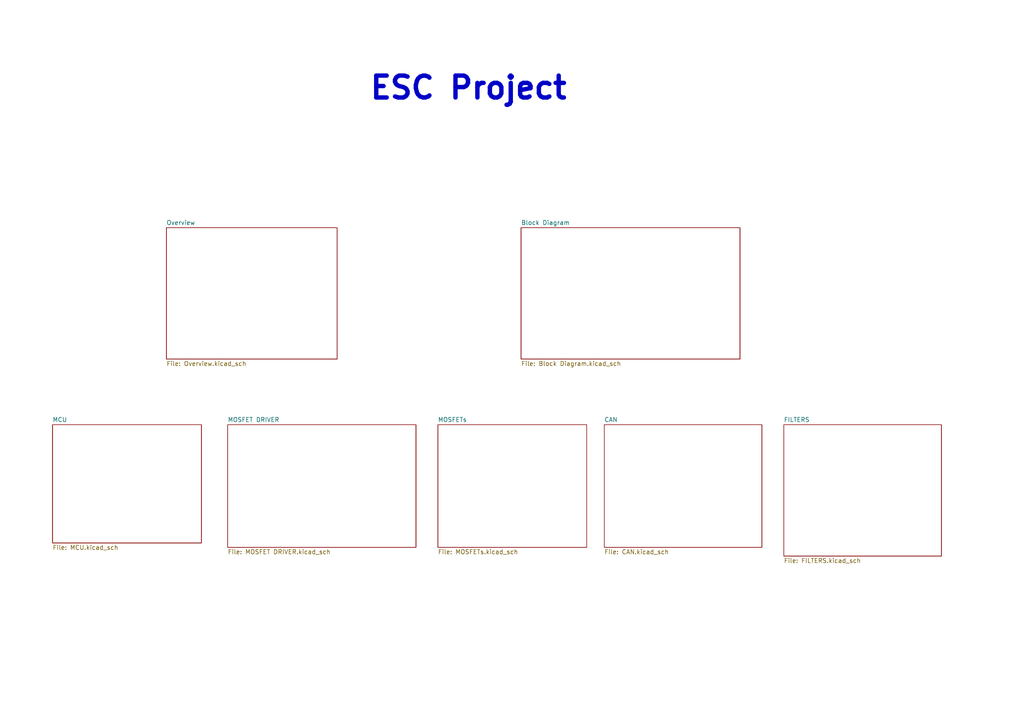
<source format=kicad_sch>
(kicad_sch
	(version 20250114)
	(generator "eeschema")
	(generator_version "9.0")
	(uuid "e63e39d7-6ac0-4ffd-8aa3-1841a4541b55")
	(paper "A4")
	(title_block
		(title "ESC Project")
		(date "2025-04-06")
		(rev "rev0")
		(company "DBtronics Inc.")
		(comment 1 "Dian Basit")
		(comment 2 "dianbasit@dbtronics.org")
		(comment 3 "+1 (587) 432-2486")
	)
	(lib_symbols)
	(text "${TITLE}\n"
		(exclude_from_sim no)
		(at 135.89 25.654 0)
		(effects
			(font
				(size 6.35 6.35)
				(thickness 1.27)
				(bold yes)
			)
		)
		(uuid "db4e1580-260d-4b16-8f88-cc4b09cd7fbd")
	)
	(sheet
		(at 151.13 66.04)
		(size 63.5 38.1)
		(exclude_from_sim no)
		(in_bom yes)
		(on_board yes)
		(dnp no)
		(fields_autoplaced yes)
		(stroke
			(width 0.1524)
			(type solid)
		)
		(fill
			(color 0 0 0 0.0000)
		)
		(uuid "05b084b7-3def-43cd-97d6-7fb21b5dee22")
		(property "Sheetname" "Block Diagram"
			(at 151.13 65.3284 0)
			(effects
				(font
					(size 1.27 1.27)
				)
				(justify left bottom)
			)
		)
		(property "Sheetfile" "Block Diagram.kicad_sch"
			(at 151.13 104.7246 0)
			(effects
				(font
					(size 1.27 1.27)
				)
				(justify left top)
			)
		)
		(instances
			(project "ESC_Project"
				(path "/e63e39d7-6ac0-4ffd-8aa3-1841a4541b55"
					(page "3")
				)
			)
		)
	)
	(sheet
		(at 175.26 123.19)
		(size 45.72 35.56)
		(exclude_from_sim no)
		(in_bom yes)
		(on_board yes)
		(dnp no)
		(fields_autoplaced yes)
		(stroke
			(width 0.1524)
			(type solid)
		)
		(fill
			(color 0 0 0 0.0000)
		)
		(uuid "4045f066-460b-4bba-9648-81c2e772be2f")
		(property "Sheetname" "CAN"
			(at 175.26 122.4784 0)
			(effects
				(font
					(size 1.27 1.27)
				)
				(justify left bottom)
			)
		)
		(property "Sheetfile" "CAN.kicad_sch"
			(at 175.26 159.3346 0)
			(effects
				(font
					(size 1.27 1.27)
				)
				(justify left top)
			)
		)
		(instances
			(project "ESC_Project"
				(path "/e63e39d7-6ac0-4ffd-8aa3-1841a4541b55"
					(page "7")
				)
			)
		)
	)
	(sheet
		(at 15.24 123.19)
		(size 43.18 34.29)
		(exclude_from_sim no)
		(in_bom yes)
		(on_board yes)
		(dnp no)
		(fields_autoplaced yes)
		(stroke
			(width 0.1524)
			(type solid)
		)
		(fill
			(color 0 0 0 0.0000)
		)
		(uuid "6bf71143-8fa6-41a2-b637-a55cc8c436ec")
		(property "Sheetname" "MCU"
			(at 15.24 122.4784 0)
			(effects
				(font
					(size 1.27 1.27)
				)
				(justify left bottom)
			)
		)
		(property "Sheetfile" "MCU.kicad_sch"
			(at 15.24 158.0646 0)
			(effects
				(font
					(size 1.27 1.27)
				)
				(justify left top)
			)
		)
		(instances
			(project "ESC_Project"
				(path "/e63e39d7-6ac0-4ffd-8aa3-1841a4541b55"
					(page "4")
				)
			)
		)
	)
	(sheet
		(at 48.26 66.04)
		(size 49.53 38.1)
		(exclude_from_sim no)
		(in_bom yes)
		(on_board yes)
		(dnp no)
		(fields_autoplaced yes)
		(stroke
			(width 0.1524)
			(type solid)
		)
		(fill
			(color 0 0 0 0.0000)
		)
		(uuid "7aad39d6-ebaf-4e22-b969-86b794d01694")
		(property "Sheetname" "Overview"
			(at 48.26 65.3284 0)
			(effects
				(font
					(size 1.27 1.27)
				)
				(justify left bottom)
			)
		)
		(property "Sheetfile" "Overview.kicad_sch"
			(at 48.26 104.7246 0)
			(effects
				(font
					(size 1.27 1.27)
				)
				(justify left top)
			)
		)
		(instances
			(project "ESC_Project"
				(path "/e63e39d7-6ac0-4ffd-8aa3-1841a4541b55"
					(page "2")
				)
			)
		)
	)
	(sheet
		(at 127 123.19)
		(size 43.18 35.56)
		(exclude_from_sim no)
		(in_bom yes)
		(on_board yes)
		(dnp no)
		(fields_autoplaced yes)
		(stroke
			(width 0.1524)
			(type solid)
		)
		(fill
			(color 0 0 0 0.0000)
		)
		(uuid "9c552063-0c99-4c46-af48-dc68a28e99d8")
		(property "Sheetname" "MOSFETs"
			(at 127 122.4784 0)
			(effects
				(font
					(size 1.27 1.27)
				)
				(justify left bottom)
			)
		)
		(property "Sheetfile" "MOSFETs.kicad_sch"
			(at 127 159.3346 0)
			(effects
				(font
					(size 1.27 1.27)
				)
				(justify left top)
			)
		)
		(instances
			(project "ESC_Project"
				(path "/e63e39d7-6ac0-4ffd-8aa3-1841a4541b55"
					(page "6")
				)
			)
		)
	)
	(sheet
		(at 66.04 123.19)
		(size 54.61 35.56)
		(exclude_from_sim no)
		(in_bom yes)
		(on_board yes)
		(dnp no)
		(fields_autoplaced yes)
		(stroke
			(width 0.1524)
			(type solid)
		)
		(fill
			(color 0 0 0 0.0000)
		)
		(uuid "fa3d6edb-5fe5-4186-935a-5a2963310f7e")
		(property "Sheetname" "MOSFET DRIVER"
			(at 66.04 122.4784 0)
			(effects
				(font
					(size 1.27 1.27)
				)
				(justify left bottom)
			)
		)
		(property "Sheetfile" "MOSFET DRIVER.kicad_sch"
			(at 66.04 159.3346 0)
			(effects
				(font
					(size 1.27 1.27)
				)
				(justify left top)
			)
		)
		(instances
			(project "ESC_Project"
				(path "/e63e39d7-6ac0-4ffd-8aa3-1841a4541b55"
					(page "5")
				)
			)
		)
	)
	(sheet
		(at 227.33 123.19)
		(size 45.72 38.1)
		(exclude_from_sim no)
		(in_bom yes)
		(on_board yes)
		(dnp no)
		(fields_autoplaced yes)
		(stroke
			(width 0.1524)
			(type solid)
		)
		(fill
			(color 0 0 0 0.0000)
		)
		(uuid "fceeac1e-bcf4-4558-a873-574c6df618ae")
		(property "Sheetname" "FILTERS"
			(at 227.33 122.4784 0)
			(effects
				(font
					(size 1.27 1.27)
				)
				(justify left bottom)
			)
		)
		(property "Sheetfile" "FILTERS.kicad_sch"
			(at 227.33 161.8746 0)
			(effects
				(font
					(size 1.27 1.27)
				)
				(justify left top)
			)
		)
		(instances
			(project "ESC_Project"
				(path "/e63e39d7-6ac0-4ffd-8aa3-1841a4541b55"
					(page "8")
				)
			)
		)
	)
	(sheet_instances
		(path "/"
			(page "1")
		)
	)
	(embedded_fonts no)
	(embedded_files
		(file
			(name "Template_sch.kicad_wks")
			(type worksheet)
			(data |KLUv/WB2VVVRAcodh5cd0Egi+SjP/1yF/DTf96QOvtWSD+lS+uIB/kbC+QKeCV4JXwkV4nRlsJGE
				gG/Y9rl0z4m4vn8fbRbgX6yn8B88X5xPCOJWd8d8gaHpNOXEseh7g+jMRqN+ek0yI1NJrFrR1Aes
				bbKQuKQRtWrsUVwCjcwNr6yRTd+xKhRkN84RDNr409yaf9up4pib9XDoBUdYSFRxR264B9PAkjDI
				fLScmUvBaP8rKqEVBGclnOCoIMEuYSDG60dR7bIt325B+NE7mY0RI90/gkS80RimWI316WF+0CdA
				M+zKYqf+D65MJwq5vLy/dhxM78GpoHqvmxtBemudYl2oHHH4/1Vw6Wbh2MPeg7sxliMhRBxxduwh
				sUHsElPPthvEhjtIZYH13saS3W5ENQZ6NgVntBlMZPgyHbuVukI7bJ/pBzA3vQMtmNj3oO9kHkz2
				BBfBu2JVKkLK/59XUcUlYZcjDlJTiH7pOARqsg6ycqL3BVeoh/c/fXjdxv0ytoYE5axplNnzTwPK
				QKW+Iqb2mT3CtIJtXmgQc/KRmh0sLUP4INjuDPN7W1myFc0mU7zoxr+WnsAMHuQKHFgi1pch7dc/
				1nYcfUBG+kSH0ehQMqy1W07go6adumCB5rs7aOn96Lt+kJNbr/khh+7qmblMIdEp6hLNNqV6fg6Y
				tZ0wExB4Y2iEo1lcBC6qJ6kEU5WgInLDnwGfMGhpyuSYFz847vHV/n+o8xTjwAzgyp6eqNOBJboH
				duhbEwwiaqte/WakMZVkd8pvvX+afen+D8aUBwZNZabePyo+YFftZ4hZv/olhpo8eSupvXN1VPJX
				vEIxaI7RnKBiT7BL1zJ44yvU1+UNbb7veGw7z67ZMn+aIqXldoUQFW1a+i444QKW+ShW5dmg6BkG
				pZk4BWPvkYgNKN2l4Gnu6NgfVBwjsToS2tjNPw2POMeyvvfgz6/qne5Np3eGjwIol9vphLNngqIP
				+m6HjhSqdJod4LB3Y4Voa05J6OEBLxul4gO+eHy5yyg+efLJQfeBkg0msbaG8ZibxKqZKs9quOVA
				gPmtLoIuNjUB2AQl+aPUau7wT2T8jkkBKR0nGdYVTa8R2bSJAO40c4AFN4zCjOZWhTUqLvXhkf88
				bKTobs+uZC+Z5ThwA6nr496XuOrYs/UmDKp1qmDTu4+lFRBhvKYGuaRxEDxMiQK87aQwF5ostxUX
				jpOzQQxjGxKcT2Ap/99KnluOndpysaNaSmUmqDXhoGZlPwJDu07C8VyLJGsg3N+dtNdMzORkq7op
				TCVN1Li7rmPsJmI6/T1kqW4GLOAMvrRCBa8vAhvqGerGYisqYaMcl5dY3Yd6/xm8u9vX+ev4bHhq
				R7eG4ljELbo0JTUvIsyGXqlZk7WC8DLwxnojQOxRn/26z4jOSFlveWystDhEs0efEJOQUOe37a8W
				JjjDQzpSVl727pVu5zJ2Dx1j6693mOk7ITiqOwpP7FQNbARiL22c2pafvvbbwwLXTgXsVIqyX1wX
				s/G319HKTmLfZNGnnK8DvUkC26BDHYQhVWnfkgkTkzB5G0nJLFeIhmxLGyxSc9D7OtAicnseZniE
				ST4+2e8KP7nR/Ye6wjX/cGwWEwykFEPvd9o6iVa9CBEpQ/PLcvIFbnIP1Z3+7MEdkhYSDZfG5OPj
				xq31EqFbrh+obJiE91eGbH/zuj7nXj6VGe2pWafJgYW3ucndtso1nv/l1L3jrkphT7lCkmmsJb1W
				rCWhCRiGj03goXwkc8r/z68FkK1vL8I9LTMHLC5Ap0/0PW9+OnwPkvf0NsdGfkK9oAyjGT8dbYrV
				xUW7DzDn4qJ0IiRYQCjS/LUiuzqC40aw2CVW2eDfYbZZyj08z19d7ItRkMPZqPrghHKZSSUXrr5x
				BJXc/K0TFUkTUDkBFLQVsn40wM6B5b+5nLGajKjn2rR/yhOEA1cBog2gG8cI5/aljojVkZ395eWr
				d7DsPcKTXNMcf+BBySGo+PWUDw7RFqMZ/zcJ8ED+EFXpqYWsJHzGMfIXorP9vyD7p749LG6C0YHj
				nj1bt2RsUC5bGxbl9O7PE0XYZiw6bFJoDtTh+esgWONHLx0PEJQRoobMqOxPD8aR42KiP6iiV1/Z
				pab1VTBjD6/i+LdZ2E50BHVZyGVeXc3k3X8x2TS+XdMDT9jW/uHiTPtXG1LvWLehKAGNfgj9ui0c
				bUEM6VQIkDnF50QK3dWIlJeJBsbdHHa0Jbdb7s1Y2QPcZFYmTxOD80NgzmW5PlJvvfnuCRT/dqwZ
				FRfQuLm1Uw3QX2RFmpESRdizpaLfC9ie6n/U/eppS7DuP2Ob4plahVTy6VQ7iNpu9MtH1yoizuB4
				gWV2hD7VUZAGDo9B5gOyj05sST2pxdVWFltHsQQu0HzA8oJK6wjqOUFlvxN90HX/UPADY3VLDcwH
				UvW0Ca6Ic3R3wjaJUcPmfSRC2xtZ5f+DwBz8f2L/TJwwQ0qThZYEBrjDHZlF0dd4YiQabWdNVeDr
				HKmusva4FWcJn4jrpvq5aNVcJIti5kAr9U44RY81khvmsyz5zXVUft0nl130b3uQ74QYGEl5nPPf
				UgNS5FlOU03LEcizZZx6YEJbrUBvRDR11EgNpyt9qUiHsjhBjxIlb5wEAAC4TU6K4vkNUrJRrJyx
				sZ1gDR+yeXBnZQNRG/i0hmana+C9zQldARhg5mZqEMYBgwFqbKI4QRxwFAYwhFKbcu6et3rKumYA
				jqt3mjYGGHCr7BwxDHPAcoAiKRhGK5gDlNg15WgxDkCwqskidaZb7lgOKA7YNAMibaM4AfizWcv0
				UwzGAUNhAMIcwCyk1nDZ9igU2HBgFFHfshgHHFmjRVgluRLqxmbuGmCAwoBCOWAgIgyswDh3wYIo
				iNQ1IFfV9huAsIABpJUADMhN+aZXA261Njkv4hruS2P6NOAoqjDydtVbFgEYcBEHHAYwA6Ft1edF
				YQKg5qkuBRAAOQAxYCAI5oDEAGVZQAQ2UAKiwPdVCiCAAQdQcxO679u/1XxWUQP81c1x/SUav0AM
				GM7zHAgDAAHIZ3olDEAKA3C6FgAhAAPyXs3PHBkMpDBgQAJgAL+/0dk1IDfVWjVguNX5ptE8NmAw
				YBAAjNLxaYAa525ugNrmBqSzTt+mAQIwIJ9VWabRYRgOKAwoDEhntUAM5gCmMKBQhgMGgjAgv80c
				F4AADFBlc85R9ZbpPKfPms5b1r0HwoDZZW9TTkC+qrEBEOKAwYA2T11end3YAMgBhAHq7+J5r+YF
				AAAAAlDruYoPBzACSIAA3FRNQFwLwICbzs1bnVW2AAAIgAEWgiCMYigMmGkXv9W9AAAIAA7zCUhN
				1IULEBPNd1ealkTq6DRSndui0tT3rVWmMR+PjvqleHvEnTuxgGXdeCSXGfHRVYIouSD5jIuocvwq
				VqS892konCtB7p7OgOuMDYVmBk46/d+jDOyLlgSIA6SU9ieulMe9GzxUvnkWA94szm2DgSv/TTbh
				SmrDvUUTz2tmkkmLcNlzKSAoPZmuWKGzJ37NGqPu5Gi7w81qI3ToJxjtR0bciDXIS31jXvoXHt4q
				Mp0EO6P9PwjW5hSdXxoWL5P/3wK/mOjUtRjyzfzy22MjL42PH/khz/7jGiIUs3kLDfcEWZbWZg72
				VxkkY+SlzWNM33/u3yxqqtaUI0vhwtanJ8WP0+gz9OrcDVK1s5s+lloqNOgrhXv7p1IWysMT8x+W
				SeldNp+mOzPtRViY9szL+UpiL9eTwc0EDdorfikeVXzWNVZw0g7Dvuc0hxcQq1FMzRwM6IfcAfVW
				+vTPz58IZMY5czk/K9w3CF12QysGzXEu6YEXeXC3wntQ7+pRL/aJdVpvAqM8ncDFRMrE81O5Xw63
				36dkanteYXoWOZQsHRq0cD+qLtGGMZYyF/r8+QUpDCbV7L1S1ij1h9C3TOVjXLnSqjOP5tChZeb0
				FqvVQur6xmtZvITKgBYRMH4vHod0sLJS8XSK1DJ18jWjiVAtuJI3oCR5RpAUtePMp/TFmWtlc0q8
				1gQNnwaLMsxqGUwlRZt6HsfB4JHZyY3mo+TmK9NXAT312WIDi3k5SfVr1tLTmCWash2x/OIj3+yk
				G0dUoajs3kXp6I7RcuBc0geRmG22hjate8RqTkcsTuDdGY+ynCjWaCHrYj2KevcihGAfMvKcFM0h
				HhAx23tbVdmYqLKt0WXwbF4+0uxlwqI7XBp7vv5sbkSPhYTk4cJiJcWSOgR7b0st0s9Zd7ydgGTk
				yDgKNVbi0ejsXmg9CFOWlgV3bw1HsDMW+4BSPtvMsL7Mh2RGKSBpKH/syX7MfelGTLmKYmceS335
				RODueY14gA8dbP2S+iDoVKx6xEHVD3LWSmlFcwuYoky5c0v4wDoL4a9w1V+Ln9gCnRHs9AOui8tw
				u/RNhFM+5Yyhkbtyfwd6AYgrc1s5AbVgVCGEYjccxjMF45bdFLnqzf4cMio8viOsjRftJORh8bay
				YRkZaXRwvPqgdbt+bVOOsP3oAWZneSegup/axtggGF4S+KA30OV7XgUCODnkCVPIVJ8Tke8QkiXB
				xtg23/pPzweb8vrZf5P1FL86Xl7pdtYaUoSDIeiifPhe/qkhpA9zPtjs07cNa6WyAhQMa5RAaKAx
				uOOuBtbkiqJyNs9+ZyFeeNWaI5St/IWnoDU5+4EliHNyectRuz3wkb3oi8PzhUFJ+R7MWr22M9nA
				IRDq6YQeOkXWb5CeZ7PLP8+CNoaEI0qFRJw5/Tvzvvy+B4a1mwzhvM9vjzaveT3mDCqUIOZNwSNu
				4qFdXh9Mbw3xR4Ter8OMNIK4Tau9iUzD7MeeYaCGKBvX/0lMCZ19+qOm0bVDzFUrHtsXpHfQSTK0
				BxV4eXj7WX4y5JIogfkAI1O2784Wd1CQ3adlZLletD+IJj5UV+tT4E/XWjY2TH6ixPg4UKnr+vTA
				HuB9IqlTxFxY9RXaCEuhChSqzECWhxwKEjHlYlKXzKdbiSYc5DOY02HgBaKoNN8/rl5JFitoDAuu
				6veK6WiW3LFlYHhNgXovnoMQv149bKPYMC/z8+uqPQ48x5jvC8WOAW0X8bMZm2Gyag2j8toeulah
				liHe/cndhv6MeOIvlCr/lrm5ySPNTk5h0o9evxW2lg+u9i5S1JD2wZREA8JwGmYt1Nt21mpVaH5K
				aUSek0YdWAT0X/3tVGPvs/TxNKLhDna1PAg2Mc8lGz5UbZ2PMpyboy335Z6b3a53TpYmHr5XhKhV
				PNsgqaeBPcR2uSFLulapNcrDa5tKMSZ0dl25w9WoipO58ZKrVtKh4oGGmOlzQPaYF5AXwUN4XpDG
				IM78NEg3v/PgdhyXjA+igWtv4ObiQlteaRatXkRBf3h6DOdYvwKLJfh0fWvkXXVqDtSSC/cVGg4f
				sjo4tCklynDI2BRVnSK+8ffBSX51/Y0WfzYiNjOZLjp1qbI/bfQrYnIt9OWjK+V4dhjscZoVkn/n
				o7rguxS0K0/BCWn6F2VbxoL3a74+eDi0IT879BKcqhRFx8VbgH0blOnaOoB3AZj7VGu38hQdRkRh
				ZPEBH/BYhhR+As90SUU43EQ4hdCUj7g6wi8xF/yill3HudB7QfoolGzrJMzk+ybA2PjplW3SfscJ
				AmxStd+Q6p/h6eCjfcm9j1U5Uco1EMYTIuva/JQngJ1peJQ5E917Rz3rOqq2Ba4m7UIrcw1cjs6Q
				XccZeijCC8pP14LAQR7VE9Tp+qnDbgKnlnwPGXXTShcryPreQR02QQZSrGvKWip+d1RvOEsQxruX
				xLKgNvyRcZnuWwulpLMJX2+2ifXq7p2817zJf89YIiDeYtBhzweGWBNQY2FLX/nRIkITzsBj0J2j
				cNSGn79kKaOu5kqjkzi49wSZxYp2T9u4M76wZq3/vHkd9cSEC7ITbI732yUdPNZmf/gClaS7t2UJ
				RI9GSXGJDvS1c71p2QVMJGt1pwp/lPiEiLchhf3wGuTIDkU7xvFkdNzMjH3rJ7/0iHzFQrDrN/1E
				iFPN/XL97INNEPHUg4vfRfdkXHeoBFNptprnHx0ruzaM57tQwGL7UrDzz85+9WPV1vFQT9OolVot
				BKkB/mZtPvJQs9H2eRHRi1IouL0Kb1/vQRukw5hJ3h9XORofJZkXxgWb8sUgq4LJu0iqVQuIcTNm
				PNGgcyNYR48KAlZCuA+JIFGy/OKsVpBr8EaI1okJ0eHe02E6OsYqlPApdJnqWEvzZMF2s6NPfMIs
				cgbPtpNTpTq4tstNjDfB+dYyo6MH2PVZ+M8YNPsD6baGVu7lp2aO6jM4ukLTtoyx4zdjjTL85YX0
				b/JGtfk2WUWZxupYG8GCm2gLCH8AVkJZr06xsXewgW0C5ePU6Z3mo7+vZWmjbHzw4CFrOLu7ubup
				tIixt0RzRFM0P81pNltVe28yrnyAkpY8B1f+a3AtqwEV4zzIBhZRhkEsBCyWoyZ2kVym3y7sWFT6
				1O1A2H2JzA2vX+h95uIzy0n0EXXYwm9VOh16+0Aslu/UVNZnzFiPR4x5zWGdHB/7CnPhQquGkxZl
				vsRRPj6caOQid3AYd+5zt1CUmaVIuYFyh1Iy0uXZJd3IbmDSQuyZPe4OYRv1kn+YTwesgCELO0HP
				YD5Jg/DEalzQ6S81+lSL+ky+LtYTwXkq0bEY62YqSs4+ToA+JbnKEgjWX6k/txRsH1OJNdn2gTzt
				miAdYjw4dLf7Ykt+M15R1N6iv/rp6aEjoHzKr7Ke+YXfnV2xWC2GaXqDKxAK4C5BRLYq6MRTyOXX
				TCV05mts4GRJG9bHJt4WJHMkzwUS2PdrdN2xPvBMBLSk3O8ncMm3uZ+4lErRwKcv/dV967ZxoosB
				N4oAWWWXblOTQuRmlEljKsTEE0uL4bgSdAyICW8lWVMWVeCZbhWCIuSo5ARf5CdZyMDST+mONayj
				oFU6HAMQq8vUPY5KlgIwM/F2AHM1cLqnHwkud2arVEwoB70rFsHvu7RvOhSeVp1vfn+z4fWro85E
				cC2b8TNlRjozdPZDvWVWZ4S2zucaU49YkkOIqcDAxeyMTfsxh7ZS3kRHirGjcw5ULTafUkcjx88e
				SbY7gdPiNnQfy8S2nSsoF2wYmywj3qrEZVebJcbB/H3/0KhGzwnf2IvTYWHbeJwpRsvxlKM4/vu2
				HqZL8CPvOH5K4XaFz5Wan16Acu+DpGIoC1Fe4kbG9ewQygJKVDH/T3UlPjetvPM0hhr0jbezD7TS
				Asx0ZqUPQfF+U65w6VQAIoNz9KGBOoONOgUSnFm3aeee8ZQVcF3tJCkSca9LMTp5ML9HbsjKKUfZ
				0SU7S+rOeOdNHXzO17KhXiw/NTaIu4fRzZzY3yzXbKfUTk122+17BY0/O9bBOApjn5t9mcylTbIA
				mdRMJs9vCu06q1Uv9dtjDvbadjg1J8oFJSXtPOY8CM18vKksdpTDb6BEPdCg4sHN5OfcbnBAr87z
				9IQEOZ0Kw/QuQ3rQ8qW9tk4D38pJdmPifzCV+o3aVRPpRh2iy39nMAMsXw+KLgrnfHiCVZHNhjPh
				zCGkESKiPyAmVdaPgjeoAeMpmP0AxkdJIRTVYdaS79tXn8Z364pZvsGDdvjHdOiEZM+9GrrnrXmv
				q9nR3YxSP1GkV45GeNE/IeJ6x6y5G18MPxZYP7lKuVn7la/u6+ZURBcfruTQyPe3T6XSWVi8lH+J
				34yKzr7+Dqn69bGk4ugzg+XGufLykjowWzjF884InPTxQaN+PM9tPlhtKOjYy+Y26gb8XhwnO3XT
				1mRtgk22KeLAPIDZV5t2yVyJTqINXd4tu+d2vcAVxs/riFRQ8HAuiM2rsXolgeQc6urBqlRcenYP
				ve4yA6quef7fyyaXPPs0N/Cb6EmiuN7+zPVpBqQbcofrR4tuHUxjo0VMrpl+q+96jKR8hZibpjNx
				IVmjexYVMVtHE5upL6EZbT98XaazHYmpmj4d/n809dki8AXSzO2QMa/ZgYETqTtiZqlnIfg9uLiI
				0zUJ1c/rpLhCdmOhfVBldkfotTqpTwS10iNrUTmvts9tfOihs3HKnZ+DgGmSFXB6VWu6rz/hVwTd
				OMPDlNey70FU5LskpgMKNysGtgUCJ61CqMMxlaB77dWRiYmesG+lYzBLpcuzjbjDmKh0gTm21VIz
				k0Kyb6sJBfFPhhqXb+A3RWEdBE6yuC/xkqNqeeyUqDKBE3orWEtBZ65AakpIjMhpl17nRKlpMpaC
				dXp7uius+qp4gYv4zHmoLYQ6ZoeDCI8LySkP0tkrE2swGeoON05nAr9l7sbqlMw5CJYcBPe2Vf87
				mUzSCFmLpcDcBsxzuFEpCjaJ5+4TD1niP3Q7yaNcU3sdRvy8Bn2uEif+0hCHXVCjYWJdLMIJsbWP
				iuGsXh/ZXHYbPt184sf7ltXnHNSYDShpSXLcVuFpNqxvItYpvzs9SON1EeWYDsqkxiGbO4WTm7Y+
				x+jKYnb4Og1Zeo+P9OPqoRt0yYRzJG3L3oRv2oKdFcgRMV6Ctg+fdXpZMVarnjDWoaU70pDew8Hc
				42h8VjKWoezQbA9cilzVH72BV3pO8orKxf86/SXtsQVmcoxuj4orXtC9Hy4x+sCE4xvHPH8L8qJK
				j1nbMq1CfiwwKYq9dhwQumb3Ox3rnRwfiPdSoz7oxYdfqbKN4nnjdS8tjcelaRuzuiMwxtnGcg5q
				KmBBBmLJS+yayB0lC3zhbKBWNJ9P6hA2FdWnYQFTghhttj+wr3CKn6W2zKLp//JigetRh9hHp9dk
				z5Wy5LYut2q716lUUBoMEnd09l8lYJ9bzuwCmx548X8wR7GF/O3ed2yaTK3tHAoF9K8/6loTKFv5
				eT69SvadjTFgs4PJfKT9Wk04BGVyh4pWt4nkFbcWc4pBRVcbVq/u6AUsV+7KpY7nOU7zwrPl4UM0
				FZMPHDax4lfnG3dsXUMdl+ogcPsHcs+6/NL8gN3Ka7Qti/zEgbnqtw6lB5NN+dzRDGsOSJNWT7EH
				OfHxVdNEQXTcvIhOLV1iOGtho1V2Et1c3BmdS5zOfKxvkgNq5dNOzH5+WDl0QBKWqsZLLPnXHAZd
				YNule/Fenh9+C3OMnN7rMskYZu0qPthmcUhlgofQchAruaohRYV6HYXW1rd53hcUIzipCihItD3O
				Yi6jdxIdnIFDaRI6cJXAAwmMEwcqJOjdXVU/zWSohk4fD8JRo0BT7Sp2ilRbzdZnUMpBv6TOLG4Y
				RY6IUEWVzMWdgELYQSnEQYD/aZUDVWIaQWdGUWXaZ/UMnIdBQugqdWiOfhLvtfmP4qWHtaXMDZ8L
				hxLNCR1YMVynRr9EpHhYTHWazTIGw/Z+6TRoyIS5LT3WhAX3onQUdLj6JuQUYgcORCWTKbziKDWJ
				qnBg0c2Y0ZtbZkTeboD27pHj8XFGx5Ri7hSP84F6+iRc3a/J8xiTo+1rEjUHkI8VskdmXP/kZ0lu
				heRvyBZUXJxj/O7UFRMoFLNHU+aUmod3mA8XYSYw8EbAJKvdCox5pJ69XJLH0dU+dR8r5nVAdGNn
				KvBQnEL9keKDIHKMDJMVEsfTDzg8IRUYyZk7gho92co35+nT88NdyFu/HYpV3I+3z9Cnth6Tex3+
				vYPKhrhP4dGvCP56dMgL65f6thACLlV9FCse1/BFUjcjmzHiUh6pxlVSmCn7U0HaWYnr0U23rIGX
				x6DAgvlSnObPFeZSqeTLF/vKZR67U9RWRz8HuxNVhvziU7wXQZf1aOo6ei//+5FT4mXZreb+3Stk
				J626n+sAtTNlubdrDAEwQAAMIAAEIKAxAinrpFGUdUEkIQ+cNlA50VXTmVHKOp7TWJRDOw3KSl2g
				caDKczKU5QObPmhSpztXNDpQ5zn5xEdOxE4SCyXM1KWBDu+gyLJq6Hkeh++aclmHCpI6vnmaTmJX
				qJkifgyccGHJLnYuh604XuB4AVoEbmqaCh13J+Kpg5fIpmF5tIaa55E7/YNBKY4a5/c1ZBS8hQgo
				gQ2MqlYhEhzjM9SJ7V82cloN7Al9qVVbB8HCIx9QpU06EDggl0WCJu9J4bOuZ7mVxXU2x2MxJHP4
				CwYm9ZonYPzLLUWQL3TDiZCLFezUHpoWzjo98OeTSvAtXfnG8eQzfenuKl+NmB8oDXOcmJXoKi6q
				4ee7sFWwNaVXQaXFWRaKh1TqquJ8lSoWuaXeMzzjtku0b7XM+wGXes0j2ifVsONJFheM/4vkp2Ia
				vWu3DzgZ5h5qVrxPr7e1VltZHmCcoubPS8zR6ixMZEQHjKVTf24pEs/Sk3HWj5Ms9gQZjbD71Mki
				gt6jegeeyy86v1tqYB95MvMP55B/M7JPSYryffMFl+lc9aMt6AejNF3EWcFnQFAVBI8QGcMt7mdU
				RWJ6CKnzkInO2y2H48ektLMoLuDt2apVyIH5fl7nX3I6asg0HHE5nuq3fEz0B1qymIbrMqnu/9mN
				ofyY5odva/WgUgrqC8KGzF2ukNkE+rK2fM0BulgbdGvGq4EqmNDfwa8DqVcbfG3uOQKbufZZmjSb
				ELcVWxxpL6n0ilUmfMCtYmJTL52iQ+NBWcVI3eOGi3jmgJy4O8XcZD7OzOXOInmWFBJTtn6gJIOJ
				Qyr31nM5SJzA2INNOQlH5BikIEnQo1fR9PrJFv/jzvhL76EYOeSu/ubgKaFIUEFoYW/bUfNoEHl6
				E+bU3RXznqeCVN2FPX1ZgaP/1i/6owbKJw1PUeZKUrxikahRbW+/4LcRVJy8Hi7iNQ99rflD5GHe
				X6jDd34trtbw4iTOc5fJ/rNBXXZMbPJgwY/RMTxlOOUsXGjdBryPiO0JbHGukxyx6LzwkO0zi2t1
				ofPXJceO56oiFbVnEPY5HfT8WT2WG1f5lDxIEOfClaIAStl+HTtZc6VREkbAXLcVSxyF1NNyZm5M
				dutVWB2RtAO3GKVEsWL0NYx7DL9QFG4jdAsHKm5AQ4caUCema5FoRvPk/8hXE0aRSDyhL1i4ZLH0
				6BizKj/uSeU0FwPIvHSHZn3i8lsOVvMtFIyu8Hy3Btlk2Oy5yCujpcXjaxq/O5mwHmi+YjjdCPQ6
				jmKqO668yDlN3H5O2SrzRh6DepYJYurMR+kF+x+7GskSoGZ5rhJC7j+5O9wb34VU6ZHCn3CAJf1s
				y+npDnsbq/e+xccsYFjJar5ISAsyGWsSGHZRHNlQ0zSjLWz7yKCcJS5iFx8x/zqVANamvpoq1mBe
				UIZon0Pk06tsvRBhBCr3ozx8OLpO283pLD98LUhmvZlFUf7o/SlwMeK7xL/EEDq7fFzNzDKUMtkS
				RtGrI5rKLUNFKwQG1Sw9KWNe8RNrsBmpV+HyTanaUOrsEEwNZy15qFZ8AKpj133x1Jzlq9FcghV5
				LmIqBHVlDd1k5t/NcipccDLeOcZtJpvrEbtVJxEI0uJl0fHBwRV+nL2gocSelzrC9PaeUK+18pPO
				IS6/Luy/76hKO067l+4iExCzB+ZxUNic1dG7D4qiZHGih0hyz8z4clxfDD+KM6LSlLuZ57C2aVzT
				eFGa0bNfRRNZVZliP9D9IffH1CN9RwhE+MPYj7EKvI5b/zHIhal57ZJ+Xs5VS4qMAaMbr+TF0Pfa
				iXrNyE9zKseXQqHTPMNPXecKVFN7arBteLFkDFrvYtWP5rQ5jrHj9nKuttRb/e0ViikbDf8RpyWz
				uCTYrwpm6OSfVjwELMI7fo79hVFHPqqnCjpRvamLfrZS0fC+elykDaUPAQQr2NWIlqRSttRpGfHl
				zQedth5z1wLaoYj/em+19YpTkxHET5VjyzHjQfk9BqY/D6nD4IkruI2a+WHh1vb2dXu0Is/SviBn
				UL6utfjtxQKPnJbE9NslqCG6YMi9p0QeIFSLR2XGvwTB+TIS2sYIiIgohWfP51LI6n1316zqkdLV
				WnvGZxANqkP0V0ty73pxhTFQ6F7M658Q76SB39lYUgo2jdcAOfDjwmjg7GNkHWh0N93HuWrPPp6f
				MWQjgvFYYchQLYs0MI6rAykI20GxjHmio9nN6q1ihbggeIyiVPwFZIZm/cCmi33ijswhfR3NGY0e
				FmujjzsFnPugNFuHVZDsOvmGCvO/tjuqd83o2SJhJG8DZykVI5rxAMV6X3x7pIGJ32Rl8FytsznR
				Kw8aNJYiXn9GpAXMHfauNMCAPuNQ4RA4RxlSbPhE1nWbfzete/UO/v8IMjdtR+jUay30UMhd4dXS
				pRwM4rQCEcXtdHvpO88uPY482D11cXqmYbMqA8foNYNNaBk/CIevFZRB4a/3UcMIfNF6pVR9rJYR
				v6ws7gJLpYbyCc9/ji+fq/cNbspG3UEibpzqUMUA028Vmo/MOdFVkoOxtiyBhIk+DNEijjZwEdVW
				yWFQsdrosYeN7+TJWqp8JIVVTOrFr07+PZDfaqeIlW2jjIIbSCPGI5Kj59jjTnlaiBdYicEdnJeB
				pYGhKSVwRqcvhLeKsXOfIoQ2vqR+0V4QLRX3kgwfRSfS0ueaX6Bt+n1FnRWHR69Z8fHm3hV1ECPk
				DVyXtr2Dxzbt0/UqO4/G1VhNBj3UZeWKYMq8sZcQFZsxxJpjtFYoOgrdWafCquTx9bsyEa0WWoYa
				ci3bDYIW2WHoWIvAETr6w2P94FtY2gpK68ksWt/l23LxHFgBG7MMLObe9Nem+QwDeV1ARWC6ErvZ
				AyR1SJvT3eaKTnyIX4k90K7pLxuLunm2iP7PF4FUe8MSrdoxQzkF7/ybHd4sb6qAN3Ilih7W0SP7
				1lH43HPRji+we7syRNVW8lrHwcfO/i10jRTZ7BYhBtlBDLRqwVz/84JZTzHIEOkGzVq2UcdIE+lU
				jK9z6hTGKQaiWkUZztrWqNWBRA61DdJh1R7D7+10xYHxgHZh5f+TaFeHxHqlxsxb2W2FYGe22J0C
				w68qVO5druaH5Nx5BUQzl3BVBGpjqmNI73hutLuaOr017GRvqZvkghycgbzkYnpVnz6Xe3qg5fJv
				U7AaKfdjBVofXRUbrAL89ozxD7oiggqo0nmSoyAGghhCCCGEGEOIUUb5EoOG4Tge9YwLB7J4GCdj
				HEFEEWIUMYSIiIhISSCSJkgLkiwHoFETKOSkqgVGGz60o1rctRy5UqYuFJl2aovqbW3MKLTLCI34
				lFX4C+J0ELTnSNUTuz9t/w1RGd18UhQdPwj7QEeFotVrJBKqzAz391PDPWI+Hi+qL4wEKitrFnz1
				jutkdteIN30WC1mp/ypPWBDKD7M6UNB59cH0XfcR+T6+Vx/koyCWYTk6GGDCY3e2Wu4byzATYLJz
				9lvvu8pBC4pd7RuGDwBbo6ESYFU2hpAcTarJZOz8K+CyNTsr49GRXt7opIMLmFkRpW6U/iLYwNYg
				K7saRjbCAWLUs+usbIy4OLWoCIZPXjsKM4y7Ng2d1Wh6UmMr4rN+K+psSa1521a6RWlZBWxaJ2UI
				/C3QiWv5FLV3iNQOdAHkhlYhLj9SvSqm+EFyHTozXoh70WNohQbh8jgmMyGzmM4s5mHgcmJ6ZjEF
				c5mfgcypDIN4nKmML3G2YJmEucxjADOZhOlMZAIzMg6FpBQ6q8wwLZOYmClmsFQyTTsWE4cYHsgW
				zGgLMUqjb4kEI3GGMx8zDGQupjMYM+wF6PXNBCYzkVkYywzT91KYyjzmYChTmMxUJmAiMxhjT8oD
				IExjBNMyWAtnHBOYKvNMyTxmYJQJTM1UJmGSGRiYGUxlFtMwkVkMxUcTmMPUTGBOxlZRBetiEjZG
				ghcwyUQMYEpGGPRN11gR+LTVMsGsDGIyk5jCBLJfEJ1VRVoCDbLTykoCc9rYgxiJxvyFLE8GjpXo
				IL7ugwOdOv68VHkAnqVIygIuaExlOEWaTSmudzh0Dy0SUlRegQRxqgTKMoh82qMgoitX1aZPVuKE
				bDq+iZQ8pWu1274CkDwxCn2oEmwx619Bgqr5jGHIhsPbJDvrAG202ppbo+/jA+6jCAovPOnkXRHi
				O76yevEE+PBWUEcHHNQF3+KOWYwpZAyAkDpPJa7fZg9nBU9hO7Jtp+eML8yBHSY0r3noAvZtPaSM
				lUumfdfBiAXf3NsbFSql6Ep142gEqocfiVq2I6Or+O3iVwOVKZ2waH65YMRkP1kP38g7bjOnJEJI
				c49zG5zCMvV76NanObV6OLqXsLqq0TJ3FCi6UQ4ZQawu7dvERpBiw638TmMk+HEP7YyOovasmR29
				Jn/HyoGr2HOnjOsyIIrAHWxT6wCcm1X39Ckl6qy3TBmZYEpLuoo8AJCik1EgrxpfLEh+FWxLv4XP
				bBFvJ7Ml2r1F+IFxS+5hSSCFPwSd9MLNYfGLFP7DwJ1MrKBT5SfME3Em1sYvc09bEr795Qy3rwO7
				GO/eFe+EABwGgLoxUFNbCbatWNgMwl8zoueF5UZx3SC70eZ8EI8QV/ijuM6zNAVK4u+/qSOf4taG
				RR8ZAUpccT9CVshVDMXyEDJ8HmjyQlYrXC6qiDGTZg==|
			)
			(checksum "397CF75E50BB06743DCAA2DC449DE26E")
		)
		(file
			(name "Template_sch_1.kicad_wks")
			(type worksheet)
			(data |KLUv/WDNZvVQAXodb5cd0Egi+SjP/1yF/DTf96QOvtWSD+lS+uIB/kbC+QKaCV4JXgmjfHw40cgV
				4nRlsJGEgG/Y9rl0z4m4vn8fbRbgX6yn8B88X5xPCOJWd8d8gaHpNOXEseh7g+jMRqN+ek0yI1NJ
				rFrR1AesbbKQuKQRtWrsUVwCjcwNr6yRTd+xKhRkN84RbQYzaONPc2v+baeKY27Ww6EXHGEhUcUd
				ueEeTANLwiDz0XJmLgWj/a+ohFYQnJVwgqOCBLuEgRivH0W1y7Z8uwXhR+9kNkaMdP8IEvFGY5hi
				Ndanh/lBnwDNsCuLnfo/uDKdKOTy8v7acTC9B6eC6r1ubgTprXWKdaFyxOH/V8Glm4VjD3sP7sZY
				joQQccTZsYfEBrFLTD3bbhAb7iCVBdZ7G0t2uxHVGOjZFJzRZjCR4ct07FbqCu2wfaYfwNz0DrRg
				Yt+DvpN5MNkTXATvilWpCCn/f15FFZeEXY44SE0h+qXjEKjJOsjKid4XXKEe3v/04XUb98vYGhKU
				s6ZRZs8/DSgDlfqKmNpn9gjTCrZ5oUHMyUdqdrC0DOGDYLszzO9tZclWNJtM8aIb/1p6AjN4kCtw
				YIlYX4a0X/9Y23H0ARnpEx1Go0PJsNZuOYGPmnbqggWa7+6gpfej7/pBTm695occuqtn5jKFRKeo
				SzTblOr5OWDWdsJMQOCNoRGOZnERuKiepBJMVYKKyA1/BnzCoKUpk2Ne/OC4x1f7/6HOU4wDM4Ar
				e3qiTgeW6B7YoW9NMIiorXr1m5HGVJLdKb/1/mn2pfs/GFMeGDSVmXr/qPiAXbWfIWb96pcYavLk
				raT2ztVRyV/xCsWgOUZzgoo9wS5dy+CNr1Bflze0+b7jse08u2bL/GmKlJbbFUJUtGnpu+CEC1jm
				o1iVZ4OiZxiUZuIUjIgNKN2l4Gnu6NgfVBwjsToS2tjNPw2POMeyvvfgz6/qne5Np3eGjwIol9vp
				hLNngqIP+m6HjhSqdJod4LB3Y4Voa05J6OEBLxul4gO+eHy5yyg+efLJQfeBkg0msbaG8ZibxKqZ
				Ks9quOVAgPmtLoIuNjUB2AQl+aPUau7wT2T8jkkBKR0nGdYVTa8R2bSJAO40c4AFN4zCjOZWhTUq
				LvXhkf88bKTobs+uZC+Z5ThwA6nr496XuOrYs/UmDKp1qmDTu4+lFRBhvKYGuaRxEDxMiQK87aQw
				F5ostxUXjpOzQQxjGxKcT2Ap/99KnluOndpysaNaSmUmqDXhoGZlPwJDu07C8VyLJGsg3N+dtNdM
				zORkq7opTCVN1Li7rmPsJmI6/T1kqW4GLOAMvrRCBa8vAhvqGerGYisqYaMcl5dY3Yd6/xm8u9vX
				+ev4bHhqR7eG4ljELbo0JTUvIsyGXqlZk7WC8DLwxnojQOxRn/26z4jOSFlveWystDhEs0efEJOQ
				UOe37a8WJjjDQzpSVl727pVu5zJ2Dx1j6693mOk7ITiqOwpP7FQNbARiL22c2pafvvbbwwLXTgXs
				VIqyX1wXs/G319HKTmLfZNGnnK8DvUkC26BDHYQhVWnfkgkTkzB5G0nJLFeIhmxLGyxSc9D7OtAi
				cnseZniEST4+2e8KP7nR/Ye6wjX/cGwWEwykFEPvd9o6iVa9CBEpQ/PLcvIFbnIP1Z3+7MEdkhYS
				DZfG5OPjxq31EqFbrh+obJiE91eGbH/zuj7nXj6VGe2pWafJgYW3ucndtso1nv/l1L3jrkphT7lC
				kmmsJb1WrCWhCRiGj03goXwkc8r/z68FkK1vL8I9LTMHLC5Ap0/0PW9+OnwPkvf0NsdGfkK9oAyj
				GT8dbYrVxUW7DzDn4qJ0IiRYQCjS/LUiuzqC40aw2CVW2eDfYbZZyj08z19d7ItRkMPZqPrghHKZ
				SSUXrr5xBJXc/K0TFUkTUDkBFLQVsn40wM6B5b+5nLGajKjn2rR/yhOEA1cBog2gG8cI5/aljojV
				kZ395eWrd7DsPcKTXNMcf+BBySGo+PWUDw7RFqMZ/zcJ8ED+EFXpqYWsJHzGMfIXorP9vyD7p749
				LG6C0YHjnj1bt2RsUC5bGxbl9O7PE0XYZiw6bFJoDtTh+esgWONHLx0PEJQRoobMqOxPD8aR42Ki
				P6iiV1/Zpab1VTBjD6/i+LdZ2E50BHVZyGVeXc3k3X8x2TS+XdMDT9jW/uHiTPtXG1LvWLehKAGN
				fgj9ui0cbUEM6VQIkDnF50QK3dWIlJeJBsbdHHa0Jbdb7s1Y2QPcZFYmTxOD80NgzmW5PlJvvfnu
				CRT/dqwZFRfQuLm1Uw3QX2RFmpESRdizpaLfC9ie6n/U/eppS7DuP2Ob4plahVTy6VQ7iNpu9MtH
				1yoizuB4gWV2hD7VUZAGDo9B5gOyj05sST2pxdVWFltHsQQu0HzA8oJK6wjqOUFlvxN90HX/UPAD
				Y3VLDcwHUvW0Ca6Ic3R3wjaJUcPmfSRC2xtZ5f+DwBz8f2L/TJwwQ0qThZYEBrjDHZlF0dd4YiQa
				bWdNVeDrHKmusva4FWcJn4jrpvq5aNVcJIti5kAr9U44RY81khvmsyz5zXVUft0nl130b3uQ74QY
				GEl5nPPfUgNS5FlOU03LEcizZZx6YEJbrUBvRDR11EgNpyt9qUiHsjhBjxIlb5wEAAC4TU6K4vkN
				UrJRrJyxsZ1gDR+yeXBnZQNRG/i0hmana+C9zQldARhg5mZqEMYBgwFqbKI4QRxwFAYwhFKbcu6e
				p6xrBqgz3XI4rt5p2hgQu6Z8q+wcMQxzwHKAIikYhiiYAxSiWIwDkMI4lgMKA9SiTAD+bNYy/RSD
				ccBQGIAwBzALqTVctj0KBTYcGEXUtyzGAUfWaBFWSa6EurGZuwYYoDCgUA4YiAgDKzDOXbAgCiJ1
				DchVtf0GICxgAGklAANyU77p1YBbrU3Oi7iGU3/3S2P6NOAoqjDydtVbFgEYcBEHHAYwA6Ft1edF
				YQKg5qkuBRAAOQAxYCAI5oDEAGVZQAQ2UAKiwPdVCiCAAQdQcxO679u/1XxWUQP81c1x/UUKA4jG
				LxADhvM8B8IoAADymV4JA5DCAJyuBUAIwIC8V/MzRwYDKQwYkAAYwO9vdHYNyE21Vg0YbnW+aTSP
				DRgMGAQAo3R8GqDGuZsboLa5Aems07dpgAAMyGdVlml0GIYDDEhntUAM5gCmMKBQhgMGgjAgv80c
				F4AADFBlc85R9ZbpPKfPms5b1r0HwoDZZW9TTkC+qrEBEOKAwYA2T11end3YAMgBhAHq7+J5r+YF
				AAAAAlDruYoPBzACSIAA3FRNQFwLwICbzs1bnVXWAAtBEEYxFAbMtIvf6l4AAAQAh/kEpCbqwgUI
				mbLc2zVONN9daVoSqaPTSHVui0pT37dWmcZ8PDrql+LtEXfuxAKWdeORXGbER1cJouSC5DMuosrx
				q1iR8t6noXCuBLl7OgOuMzYUmhk46fR/jzKwL1oSIA6QUtqfuFIe927wUPnmWQx4szi3DQau/DfZ
				hCupDfcWTTyvmUkmLcJlz6WAoPRkumKFzp74NWuMupOj7Q43q43QoZ9gtB8ZcSPWIC/1jXnpX3h4
				q8h0EuyM9v8gWJtTdH5pWLxM/n8L/GKiU9diyDfzy2+Pjbw0Pn7khzz7j2uIUMzmLTTcE2RZWps5
				2F9lkIyRlzaPMX3/uX+zqKlaU44shQtbn54UP06jz9CrczdI1c5u+lhqqdCgrxTu7Z9KWSgPT8x/
				WCald9l8mu7MtBdhYdozL+crib1cTwY3EzRor/ileFTxWddYwUk7DPue0xxeQKxGMTVzMKAfcgfU
				W+nTPz9/IpAZ58zl/Kxw3yB02Q2tGDTHuaQHXuTB3QrvQb2rR73YJ9ZpvQmM8nQCFxMpE89P5X45
				3H6fkqnteYXpWeRQsnRo0ML9qLpEG8ZYylzo8+cXpDCYVLP3Slmj1B9C3zKVj3HlSqvOPJpDh5aZ
				01usVgup6xuvZfESKgNaRMD4vXgc0sHKSsXTKVLL1MnXjCZCteBK3oCS5BlBUtSOM5/SF2eulc0p
				8VoTNHwaLMowq2UwlRRt6nkcB4NHZic3mo+Sm69MXwX01GeLDSzm5STVr1lLT2OWaMp2xPKLj3yz
				k24cUYWisnsXpaM7RsuBc0kfRGK22RratO4RqzkdsTiBd2c8ynKiWKOFrIv1KOrdixCCfcjIc1I0
				h3hAxGzvbVVlY6LKtkaXwbN5+UizlwmL7nBp7Pn6s7kRPRYSkocLi5UUS+oQ7L0ttUg/Z93xdgKS
				kSPjKNRYiUejs3uh9SBMWVoW3L01HMHOWOwDSvlsM8P6Mh+SGaWApKH8sSf7MfelGzHlKoqdeSz1
				5ROBu+c14gE+dLD1S+qDoFOx6hEHVT/IWSulFc0tYIoy5c4t4QPrLIS/wlV/LX5iC3RGsNMPuC4u
				w+3SNxFO+ZQzhkbuyv0d6AUgrsxt5QTUglGFEIrdcBjPFIxbdlPkqjf7c8io8PiOsDZetJOQh8Xb
				yoZlZKTRwfHqg9bt+rVNOcL2oweYneWdgOp+ahtjg2B4SeCD3kCX73kVCODkkCdMIVN9TkS+Q0iW
				BBtj23zrPz0fbMrrZ/9N1lP86nh5pdtZa0gRDoagi/Lhe/mnhpA+zPlgs0/fNqyVygpQMKxRAqGB
				xuCOuxpYkyuKytk8+52FeOFVa45QtvIXnoLW5OwHliDOyeUtR+32wEf2oi8OzxcGJeV7MGv12s5k
				A4dAqKcTeugUWb9Bep7NLv88C9oYEo4oFRJx5vTvzPvy+x4Y1m4yhPM+vz3avOb1mDOoUIKYNwWP
				uImHdnl9ML01xB8Rer8OM9II4jat9iYyDbMfe4aBGqJsXP8nMSV09umPmkbXDjFXrXhsX5DeQSfJ
				0B5U4OXh7Wf5yZBLogTmA4xM2b47W9xBQXaflpHletH+IJr4UF2tT4E/XWvZ2DD5iRLj40ClruvT
				A3uA94mkThFzYdVXaCMshSpQqDIDWR5yKEjElItJXTKfbiWacJDPYE6HgReIotJ8/7h6JVmsoDEs
				uKrfK6ajWXLHloHhNQXqvXgOQvx69bCNYsO8zM+vq/Y48Bxjvi8UOwa0XcTPZmyGyao1jMpre+ha
				hVqGePcndxv6M+KJv1Cq/Fvm5iaPNDs5hUk/ev1W2Fo+uNq7SFFD2gdTEg0Iw2mYtVBv21mrVaH5
				KaUReU4adWAR0H/1t1ONvc/Sx9OIhjvY1fIg2MQ8l2z4ULV1Pspwbo623Jd7bna73jlZmnj4XhGi
				VvFsg6SeBvYQ2+WGLOlapdYoD69tKsWY0Nl15Q5XoypO5sZLrlpJh4oHGmKmzwHZY15AXgQP4XlB
				GoM489Mg3fzOg9txXDI+iAauvYGbiwtteaVZtHoRBf3h6TGcY/0KLJbg0/WtkXfVqTlQSy7cV2g4
				fMjq4NCmlCjDIWNTVHWK+MbfByf51fU3WvzZiNjMZLro1KXK/rTRr4jJtdCXj66U49lhsMdpVkj+
				nY/qgu9S0K48BSek6V+UbRkL3q/5+uDh0Ib87NBLcKpSFB0XbwH2bVCma+sA3gVg7lOt3cpTdBgR
				hZHFB3zAYxlS+Ak80yUV4XAT4RRCUz7i6gi/xFzwi1p2HedC7wXpo1CyrZMwk++bAGPjp1e2Sfsd
				JwiwSdV+Q6p/hqeDj/Yl9z5W5UQp10AYT4isa/NTngB2puFR5kx07x31rOuo2ha4mrQLrcw1cDk6
				Q3YdZ+ihCC8oP10LAgd5VE9Qp+unDrsJnFryPWTUTStdrCDrewd12AQZSLGuKWup+N1RveEsQRjv
				XhLLgtrwR8Zlum8tlJLOJny92SbWq7t38l7zJv89Y4mAeItBhz0fGGJNQI2FLX3lR4sITTgDj0F3
				jsJRG37+kqWMuporjU7i4N4TZBYr2j1t4874wpq1/vPmddQTEy7ITrA53m+XdPBYm/3hC1SS7t6W
				JRA9GiXFJTrQ1871pmUXMJGs1Z0q/FHiEyLehhT2w2uQIzsU7RjHk9FxMzP2rZ/80iPyFQvBrt/0
				EyFONffL9bMPNkHEUw8ufhfdk3HdoRJMpdlqnn90rOzaMJ7vQgGL7UvBzj87+9WPVVvHQz1No1Zq
				tRCkBvibtfnIQ81G2+dFRC9KoeD2Krx9vQdtkA5jJnl/XOVofJRkXhgXbMoXg6wKJu8iqVYtIMbN
				mPFEg86NYB09KghYCeE+JIJEyfKLs1pBrsEbIVonJkSHe0+H6egYq1DCp9BlqmMtzZMF282OPvEJ
				s8gZPNtOTpXq4NouNzHeBOdby4yOHmDXZ+E/Y9DsD6TbGlq5l5+aOarP4OgKTdsyxo7fjDXK8JcX
				0r/JG9Xm22QVZRqrY20EC26iLSD8AVgJZb06xcbewQa2CZSPU6d3mo/+vpaljbLxwYOHrOHs7ubu
				ptIixt4SzRFN0fw0p9lsVe29ybjyAUpa8hxc+a/BtawGVIzzIBtYRBkGsRCwWI6a2EVymX67sGNR
				6VO3A2H3JTI3vH6h95mLzywn0UfUYQu/Vel06O0DsVi+U1NZnzFjPR4x5jWHdXJ87CvMhQutGk5a
				lPkSA/jtGeMfdIXIHRzGnfvcLRRlZilSbqDcoZSMdHl2STeyG5i0EHtmj7tD2Ea95B/m0wErYMjC
				TtAzmE/SIDyxGhd0+kuNPtWiPpOvi/VEcJ5KdCzGupmKkrOPE6BPSa6yBIL1V+rPLQXbx1RiTbZ9
				IE+7JkiHGA8O3e2+2JLfjFcUtbfor356eugIKJ/yq6xnfuF3Z1csVothmt7gCoQCuEsQka0KOvEU
				cvk1Uwmd+RobOFnShvWxibcFyRzJc4EE9v0aXXesDzwTAS0p9/sJXPJt7icupVI08OlLf3Xfum2c
				6GLAjSJAVtml29SkELkZZdKYCjHxxNJiOK4EHQNiwltJ1pRFFXimW4WgCDkqOcEX+UkWMrD0U7pj
				DesoaJUOxwDE6jJ1j6OSpQDMTLwdwFwNnO7pR4LLndkqFRPKQe+KRfD7Lu2bDoWnVeeb399seP3q
				qDMRXMtm/EyZkc4Mnf1Qb5nVGaGt87nG1COW5BBiKjBwMTtj037Moa2UN9GRYuzonANVi82n1NHI
				8bNHku1O4LS4Dd3HMrFt5wrKBRvGJsuItypx2dVmiXEwf98/NKrRc8I39uJ0WNg2HmeK0XI85SiO
				/76th+kS/Mg7jp9SuF3hc6Xmpxeg3PsgqRjKQpSXuJFxPTuEsoASVcz/U12Jz00r7zyNoQZ94+3s
				A620ADOdWelDULzflCtcOhWAyOAcfWigzmCjToEEZ9Zt2rlnPGUFXFc7SYpE3OtSjE4ezO+RG7Jy
				ylF2dMnOkroz3nlTB5/ztWyoF8tPjQ3i7mF0Myf2N8s12ym1U5PddvteQePPjnUwjsLY52ZfJnNp
				kyxAJjWTyfObQrvOatVL/faYg722HU7NiXJBSUk7jzkPQjMfbyqLHeXwGyhRDzSoeHAz+Tm3GxzQ
				q/M8PSFBTqfCML3LkB60fGmvrdPAt3KS3Zj4H0ylfqN21US6UYfo8t8ZzADL14Oii8I5H55gVWSz
				4Uw4cwhphIjoD4hJlfWj4A1qwHgKZj+A8VFSCEV1mLXk+/bVp/HdumKWb/CgHf4xHToh2XOvhu55
				a97ranZ0N6PUTxTplaMRXvRPiLjeMWvuxhfDjwXWT65SbtZ+5av7ujkV0cWHKzk08v3tU6l0FhYv
				5V/iN6Ois6+/Q6p+fSypOPrMYLlxrry8pA7MFk7xvDMCJ3180Kgfz3ObD1YbCjr2srmNugG/F8fJ
				Tt20NVmbYJNtijgwD2D21aZdMleik2hDl3fL7rldL3CF8fM6IhUUPJwLYvNqrF5JIDmHunqwKhWX
				nt1Dr7vMgKprnv/3ssklzz7NDfwmepIorrc/c32aAemG3OH60aJbB9PYaBGTa6bf6rseIylfIeam
				6UxcSNbonkVFzNbRxGbqS2hG2w9fl+lsR2Kqpk+H/x9NfbYIfIE0cztkzGt2YOBE6o6YWepZCH4P
				Li7idE1C9fM6Ka6Q3VhoH1SZ3RF6rU7qE0Gt9MhaVM6r7XMbH3robJxy5+cgYJpkBZxe1Zru60/4
				FUE3zvAw5bXsexAV+S6J6YDCzYqBbYHASasQ6nBMJehee3VkYqIn7FvpGMxS6fJsI+4wJipdYI5t
				tdTMpJDs22pCQfyTocblG/hNUVgHgZMs7ku85KhaHjslqkzghN4K1lLQmSuQmhISI3Lapdc5UWqa
				jKVgnd6e7gqrvipe4CI+cx5qC6GO2eEgwuNCcsqDdPbKxBpMhrrDjdOZwG+Zu7E6JXMOgiUHwb1t
				1f9OJpM0QtZiKTC3AfMcblSKgk3iufvEQ5b4D91O8ijX1F6HET+vQZ+rxIm/NMRhF9RomFgXi3BC
				bO2jYjir10c2l92GTzef+PG+ZfU5BzVmA0pakhy3VXiaDeubiHXK704P0nhdRDmmgzKpccjmTuHk
				pq3PMbqymB2+TkOW3uMj/bh66AZdMuEcSduyN+GbtmBnBXJEjJeg7cNnnV5WjNWqJ4x1aOmONKT3
				cDD3OBqflYxlKDs02wOXIlf1R2/glZ6TvKJy8b9Of0l7bIGZHKPbo+KKF3Tvh0uMPjDh+MYxz9+C
				vKjSY9a2TKuQHwtMimKvHQeErtn9Tsd6J8cH4r3UqA968eFXqmyjeN543UtL43Fp2sas7giMcbax
				nIOaCliQgVjyErsmckfJAl84G6gVzeeTOoRNRfVpWMCUIEab7Q/sK5ziZ6kts2j6v7xY4HrUIfbR
				6TXZc6Usua3LrdrudSoVlAaDxB2d/VcJ2OeWM7vApgde/B/MUWwhf7v3HZsmU2s7h0IB/euPutYE
				ylZ+nk+vkn1nYwzY7GAyH2m/VhMOQZncoaLVbSJ5xa3FnGJQ0dWG1as7egHLlbtyqeN5jtO88Gx5
				+BBNxeQDh02s+NX5xh1b11DHpToI3P6B3LMuvzQ/YLfyGm3LIj9xYK76rUPpwWRTPnc0w5oD0qTV
				U+xBTnx81TRREB03L6JTS5cYzlrYaJWdRDcXd0bnEqczH+ub5IBa+bQTs58fVg4dkISlqvESS/41
				h0EX2HbpXryX54ffwhwjp/e6TDKGWbuKD7ZZHFKZ4CG0HMRKrmpIUaFeR6G19W2e9wXFCE6qAgoS
				bY+zmMvonUQHZ+BQGlcJPJDAOHGgQoLe3VX100yGauj08SAcNQo01a5ip0i11Wx9BqUc9EvqzOKG
				UeSICFVUyVzcCSiEHZRCHAT4n1Y5UCWmEXRmFFWmfVbPwHkYJISuUofm6CfxXpv/KF56WFvK3PC5
				cCjRnNCBFcN1avRLRIqHxVSn2SxjMGzvl06DhkyY29JjTVhwL0pHQYerb0JOIXbgQFQymcIrjlKT
				qAoHFt2MGb25ZUbk7QZo7x45Hh9ndEwp5k7xOB+op0/C1f2aPI8xOdq+JlFzAPlYIXtkxvVPfpbk
				Vkj+hmxBxcU5xu9OXTGBQjF7NGVOqXl4h/lwEWYCA28ETLLarcCYR+rZyyV5HF3tU/exYl4HRDd2
				pgIPxSnUHyk+CCLHyDBZIXE8/YDDE1KBkZy5I6jRk618c54+PT/chbz126FYxf14+wx9ausxudfh
				3zuobIj7FB79iuCvR4e8sH6pbwsh4FLVR7HicQ1fJHUzshkjLuWRalwlhZmyPxWknZW4Ht10yxp4
				eQwKLJgvxWn+XGEulUq+fLGvXOaxO0VtdfRzsDtRZcgvPsV7EXRZj6auo/fyvx85JV6W3Wru371C
				dtKq+7kOUDsBMEAADCAABCCgMQIp66RRlHVBJCEPnDZQOdFV03VmlLKO5zQW5dBOg7JSF2gcqPKc
				DGX5wKYPGiN1unNFowN1nVN5Tj7xkROxk8RCCTN1aaDDOyiyrBp6nsfhu6Zc1qGCpI5vnqaT2BVq
				pogfAydcWLKLnathK44XOF6AFoGbmqZCx92JeOrgJbJpWB6toeZ55E7/YFCKo8b5fQ0ZBW8hAkpg
				A6OqVYgEx/gMdWL7l42cVkO8sCf0pVZtHQQLj3xAlTbpQOCAXBYJmrwnhc+6nuVWFtfZHI/FkMzh
				LxiY1GuegPEvtxRBvtANJ0IuVrBTe2haOOv0wJ9PKsG3dOUbx5PP9KW7q3w1Yn6gNMxxYlaiq7io
				hp/vwlbB1pReBZUWZ1koHlKpq4rzVapY5JZ6z/CM2y7RvtUy7wdc6jWPaJ9Uw44nWVww/i+Sn4pp
				9K7dPuBkmHuoWfE+vd7WWm1leYBxipo/LzFHq7MwkREdMJZO/bmlSDxLT8ZZP06y2BNkNMLuUyeL
				CHqP6h14Lr/o/G6pgX3kycw/nEP+zcg+JSnK980XXKZz1Y+2oB+M0nQRZwWfAUFVEDxCZAy3uJ9R
				FYnpIaTOQyY6b7ccjh+T0s6iuIC3Z6tWIQfm+3mdf8npqCHTcMTleKrf8jHRH2jJYhquy6S6/2c3
				hvJjmh++rdWDSimoLwgbMne5QmYT6Mva8jUH6GJt0K0ZrwaqYEJ/B78OpF5t8LW55whs5tpnadJs
				QtxWbHGkvaTSK1aZ8AG3iolNvXSKDo0HZRUjdY8bLuKZA3Li7hRzk/k4M5c7i+RZUkhM2fqBkgwm
				DqncW8/lIHECYw825SQckWOQgiRBj15F0+snW/yPO+MvvYdi5JC7+puDp4QiQQWhhb1tR82jQeTp
				TZhTd1fMe54KUnUX9vRlBY7+W7/ojxoonzQ8RZkrSfGKRaJGtb39gt9GUHHyeriI1zz0teYPkYd5
				f6EO3/m1uFrDi5M4z10m+88GddkxscmDBT9Gx/CU4ZSzcKF1G/A+IrYnsMW5TnLEovPCQ7bPLK7V
				hc5flxw7nquKVNSeQdjndNDzZ/VYblzlU/IgQZwLV4oCKGX7dexkzZVGSRgBc91WLHEUUk/Lmbkx
				2a1XYXVE0g7cYpQSxYrR1zDuMfxCUbiN0C0cqLgBDR1qQJ2YrkWiGc2T/yNfTRhFIvGEvmDhksXS
				o2PMqvy4J5XTXAwg89IdmvWJy285WM23UDC6wvPdGmSTYbPnIq+MlhaPr2n87mTCeqD5iuF0I9Dr
				OIqp7rjyIuc0cfs5ZavMG3kM6lkmiKkzH6UX7H/saiRLgJrluUoIuf/k7nBvfBdSpUcKf8IBlvSz
				LaenO+xtrN77Fh+zgGElq/kiIS3IZKxJYNhFcWRDTdOMtrDtI4NylriIXXzE/OtUAlib+mqqWIN5
				QRmifQ6RT6+y9UKEEajcj/Lw4eg6bTens/zwtSCZ9WYWRfmj96fAxYjvEv8SQ+js8nE1M8tQymRL
				GEWvjmgqtwwVrRAYVLP0pIx5xU+swWakXoXLN6VqQ6mzQzA1nLXkoVrxAaiOXffFU3OWr0ZzCVbk
				uYipENSVNXSTmX83y6lwwcl45xi3mWyuR+xWnUQgSIuXRccHB1f4cfaChhJ7XuoI09t7Qr3Wyk86
				h7j8urD/vqMq7TjtXrqLTEDMHpjHQWFzVkfvPiiKksWJHiLJPTPjy3F9MfwozohKU+5mnsPapnFN
				40VpRs9+FU1kVWWK/UD3h9wfU4/0HSEQ4Q9jP8Yq8Dpu/ccgF6bmtUv6eTlXLSkyBoxuvJIXQ99r
				J+o1Iz/NqRxfCoVO8ww/dZ0rUE3tqcG24cWSMWi9i1U/mtPmOMaO28u52lJv9bdXKKZsNPxHnJbM
				4pJgvyqYoZN/WvEQsAjv+Dn2F0Yd+aieKuhE9aYu+tlKRcP76nGRNpQ+BBCsYFcjWpJK2VKnZcSX
				Nx902nrMXQtohyL+673V1itOTUYQP1WOLceMB+X3GJj+PKQOgyeu4DZq5oeFW9vb1+3RijxL+4Kc
				Qfm61uK3Fws8cloS02+XoIbogiH3nhJ5gFAtHpUZ/xIE58tIaBsjICKiFJ49n0shq/fdXbOqR0pX
				a+0Zn0E0qA7RXy3JvevFFcZAoXsxr39CvJMGfmdjSSnYNF4D5MCPC6OBs4+RdaDR3XQf56o9+3h+
				xpCNCMZjhSFDtSzSwDiuDqQgbAfFMuaJjmY3q7eKFeKC4DGKUvEXkBma9QObLvaJOzKH9HU0ZzR6
				WKyNPu4UcO6D0mwdVkGy6+QbKsz/2u6o3jWjZ4uEkbwNnKVUjGjGAxTrffHtkQYmfpOVwXO1zuZE
				rzxo0FiKeP0ZkRYwd9i70gAD+oxDhUPgHGVIseETWddt/t207tU7+P8jyNy0HaFTr7XQQyF3hVdL
				l3IwiNMKRBS30+2l7zy79DjyYPfUxemZhs2qDByj1ww2oWX8IBy+VlAGhb/eRw0j8EXrlVL1sVpG
				/LKyuAsslRrKJzz/Ob58rt43uCkbdQeJuHGqQxUDTL9VaD4y50RXSQ7G2rIEEib6MESLONrARVRb
				JYdBxWqjxx42vpMna6nykRRWMakXvzr590B+q50iVraNMgpuII0Yj0iOnmOPO+VpIV5gJQZ3cF4G
				lgaGppTAGZ2+EN4qxs59ihDa+JL6RXtBtFTcSzJ8FJ1IS59rfoG26fcVdVYcHr1mxcebe1fUQYyQ
				N3Bd2vYOHtu0T9er7DwaV2M1GfRQl5Urginzxl5CVGzGEGuO0Vqh6Ch0Z50Kq5LH1+/KRLRaaBlq
				yLVsNwhaZIehYy0CR+joD4/1g29haSsorSezaH2Xb8vFc2AFbMwysJh701+b5jMM5HUBFYHpSuxm
				D5DUIW1Od5srOvEhfiX2QLumv2ws6ubZIvo/XwRS7Q1LtGrHDOUUvPNvdnizvKkC3siVKHpYR4/s
				W0fhc89FO77A7u3KEFVbyWsdBx87+7fQNVJks1uEGGQHMdCqBXP9zwtmPcUgQ6QbNGvZRh0jTaRT
				Mb7OqVMYpxiIahVlOGtbo1YHEjnUNkiHVXsMv7fTFQfGA9qFlf9Pol0dEuuVGjNvZbcVgp3ZYncK
				DL+qULl3uZofknPnFRDNXMJVEaiNqY4hveO50e5q6vTWsJO9pW6SC3JwBvKSi+lVffpc7umBlsu/
				TcFqpNyPFWh9dFVssAoCggSosnmUwyAGghhCCCGEGEOIUQb5AUKDhuE4LjnjwgHCcBgngxxBBBli
				EDGEiIiICEkgIqIgLUiyrAH3YhPoeJOq1hlt+NC+anHXPMZvWZ87M6iEEcHTCGfSIWAcmiZK3Y8S
				vPAKUuaqU4Y6UbTxVlmBfxJUOjJ04WFHMNCti0t8uezAxnmU4/rWeanAVruUsAqyGMcfGIu+x7OJ
				R0Iq5E+mxy4U5YUHrhVUMPVPf9fk6F9Vvtc46cPNL7MsegtrWuPs7GLCwaoplpT5X1sO+rvNQZ/d
				pyG6Nk2KsTbiKeFU3Hi8W9bk6ZuNSdxVGtwS55Ur1esgL8ESyoIyWFlN4XH64tm4rSlW0Ddmb4BW
				JJHNvN2KmtGFSXpRSP1Ja3NuKPQvmgpm1mlPesC9EOYT7pMtSMv0EB98UQxWCKLWST+luomPxJV5
				ilpaJCoNkGut0sv8SF1V2rqjzXV5hvsR96LFqBNTw+WxmGZmpjKXeYxjxIKeUcYxAKMZZUgGJ0KC
				+MlQDCyhQjjmYwKDDMQUxjOcuYzKIMxdIPSBzgqzzMskJjGDASNJ2mnnMXPNwgPZxvBV1XBplEgA
				dSRnniEZxwCGM5FRGZY8UVN/pmMCwwzIUMYxHMtlFEMwz3gGZFIGGJi5DsWcgYgZu9R+AMVgxmQW
				M1luhjKUQRjMQAYyiGEMwzhjGYohDGcgQxnEAAwyiKEYah4aMZAxmcUc81nRClbA2AKY4N0YYSbz
				MYF55symCrTiOHBSmGUm8zGIEQZmkLLESEt4QUm3spJi8p23OkbiMOHQg5OBoxKtiK9bcKOnjr+X
				CjUASxdJ7cAFpRs6T5txjG0EmF6K1g6T9xwkOxGVlycxcjWNEjTIUXooUHcdVwnfp/VHoT4dz0RI
				nnJ17TZWihpPzEcffgRbNvtXh81qmXmMY1j8drFOiEgbW21Ja3T1uCT3EYnCxU46j64I5o6vqV74
				HuxwKwQCAQeZRT4l8KzAVGpI9UiCp/Lrt5QPW5gv4CDY9ltz7ItMYOmJkWsU5Bj7tRukhBwkgz8Z
				EStGwD7x0yn8gRp3DhZ+P8GecjuxW4dKdWCZNImbRixNmJgMWyjigdyjrSeTtPG+uoWF11cf60kp
				sRHE7dNhWFSVTe2oZnSVHDI2WX2irskNzcHWWvn9RjDw4yVkjE5B9ixGp7ySZ+/KGlUBxDKFLy4K
				ighcACnt/OA4jbpgglIK3npXRgb7glAxcgDzXfsWOKIpIATCvgjm9L/tri0S29wMSfucQGtj0JJ7
				qB1IgQ8BPX54eVh/DoWGsHG3TCv+O87lorK+4jOOS3MKM39w4p2XVFxfKDh23kv6ntmhbAzU1Faw
				opU0Fnbx10zkvKGAURxw0E7HfL/FkOXKexRX7FlwkVAt79G9ZB30LEhtICGIxa0qyJNTNU9dN2MW
				ROG68ymSe2pN2DEGQ3/uPEyhFg==|
			)
			(checksum "43427BD2DC3F642688AC26B98C199CDB")
		)
	)
)

</source>
